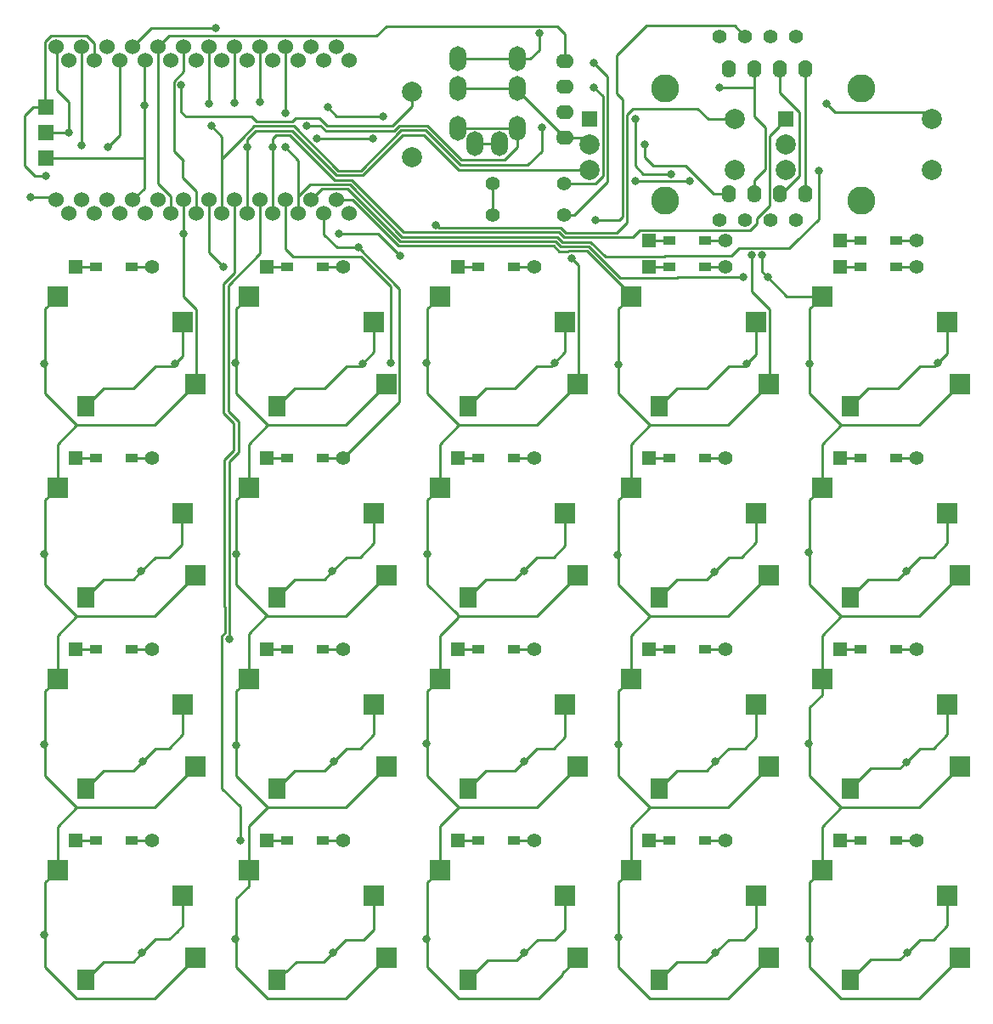
<source format=gtl>
G04 #@! TF.GenerationSoftware,KiCad,Pcbnew,(5.1.6-0-10_14)*
G04 #@! TF.CreationDate,2023-01-09T16:28:48+09:00*
G04 #@! TF.ProjectId,cool644,636f6f6c-3634-4342-9e6b-696361645f70,rev?*
G04 #@! TF.SameCoordinates,Original*
G04 #@! TF.FileFunction,Copper,L1,Top*
G04 #@! TF.FilePolarity,Positive*
%FSLAX46Y46*%
G04 Gerber Fmt 4.6, Leading zero omitted, Abs format (unit mm)*
G04 Created by KiCad (PCBNEW (5.1.6-0-10_14)) date 2023-01-09 16:28:48*
%MOMM*%
%LPD*%
G01*
G04 APERTURE LIST*
G04 #@! TA.AperFunction,SMDPad,CuDef*
%ADD10R,2.000000X2.000000*%
G04 #@! TD*
G04 #@! TA.AperFunction,SMDPad,CuDef*
%ADD11R,1.800000X2.000000*%
G04 #@! TD*
G04 #@! TA.AperFunction,SMDPad,CuDef*
%ADD12R,1.300000X0.950000*%
G04 #@! TD*
G04 #@! TA.AperFunction,ComponentPad*
%ADD13C,1.397000*%
G04 #@! TD*
G04 #@! TA.AperFunction,ComponentPad*
%ADD14R,1.397000X1.397000*%
G04 #@! TD*
G04 #@! TA.AperFunction,ComponentPad*
%ADD15O,1.700000X2.500000*%
G04 #@! TD*
G04 #@! TA.AperFunction,ComponentPad*
%ADD16C,2.000000*%
G04 #@! TD*
G04 #@! TA.AperFunction,ComponentPad*
%ADD17O,1.778000X1.397000*%
G04 #@! TD*
G04 #@! TA.AperFunction,ComponentPad*
%ADD18C,1.524000*%
G04 #@! TD*
G04 #@! TA.AperFunction,SMDPad,CuDef*
%ADD19R,1.524000X1.524000*%
G04 #@! TD*
G04 #@! TA.AperFunction,ComponentPad*
%ADD20R,1.500000X1.500000*%
G04 #@! TD*
G04 #@! TA.AperFunction,ComponentPad*
%ADD21C,2.800000*%
G04 #@! TD*
G04 #@! TA.AperFunction,ComponentPad*
%ADD22O,1.397000X1.778000*%
G04 #@! TD*
G04 #@! TA.AperFunction,ViaPad*
%ADD23C,0.800000*%
G04 #@! TD*
G04 #@! TA.AperFunction,Conductor*
%ADD24C,0.250000*%
G04 #@! TD*
G04 APERTURE END LIST*
D10*
X-5600000Y5080000D03*
X6900000Y2540000D03*
D11*
X-2800000Y-5900000D03*
D10*
X8100000Y-3700000D03*
X32500000Y5080000D03*
X45000000Y2540000D03*
D11*
X35300000Y-5900000D03*
D10*
X46200000Y-3700000D03*
D12*
X39875000Y8000000D03*
D13*
X41910000Y8000000D03*
D14*
X34290000Y8000000D03*
D12*
X36325000Y8000000D03*
X58925000Y8000000D03*
D13*
X60960000Y8000000D03*
D14*
X53340000Y8000000D03*
D12*
X55375000Y8000000D03*
X77975000Y8000000D03*
D13*
X80010000Y8000000D03*
D14*
X72390000Y8000000D03*
D12*
X74425000Y8000000D03*
X20825000Y8000000D03*
D13*
X22860000Y8000000D03*
D14*
X15240000Y8000000D03*
D12*
X17275000Y8000000D03*
D10*
X84300000Y-3700000D03*
D11*
X73400000Y-5900000D03*
D10*
X83100000Y2540000D03*
X70600000Y5080000D03*
D15*
X34280000Y21770000D03*
X38480000Y20270000D03*
X34280000Y28770000D03*
X34280000Y25770000D03*
X40230000Y28770000D03*
X40230000Y25770000D03*
X40230000Y21770000D03*
X36030000Y20270000D03*
D16*
X29750000Y25450000D03*
X29750000Y18950000D03*
D17*
X44980000Y28510000D03*
X44980000Y25970000D03*
X44980000Y23430000D03*
X44980000Y20890000D03*
D10*
X13450000Y5080000D03*
X25950000Y2540000D03*
D11*
X16250000Y-5900000D03*
D10*
X27150000Y-3700000D03*
D12*
X1775000Y-11050000D03*
D13*
X3810000Y-11050000D03*
D14*
X-3810000Y-11050000D03*
D12*
X-1775000Y-11050000D03*
X58925000Y-11050000D03*
D13*
X60960000Y-11050000D03*
D14*
X53340000Y-11050000D03*
D12*
X55375000Y-11050000D03*
X20825000Y-49150000D03*
D13*
X22860000Y-49150000D03*
D14*
X15240000Y-49150000D03*
D12*
X17275000Y-49150000D03*
X39875000Y-11050000D03*
D13*
X41910000Y-11050000D03*
D14*
X34290000Y-11050000D03*
D12*
X36325000Y-11050000D03*
X20825000Y-11050000D03*
D13*
X22860000Y-11050000D03*
D14*
X15240000Y-11050000D03*
D12*
X17275000Y-11050000D03*
X39875000Y-49150000D03*
D13*
X41910000Y-49150000D03*
D14*
X34290000Y-49150000D03*
D12*
X36325000Y-49150000D03*
X58925000Y-49150000D03*
D13*
X60960000Y-49150000D03*
D14*
X53340000Y-49150000D03*
D12*
X55375000Y-49150000D03*
D18*
X-5728000Y14696400D03*
X-3188000Y14696400D03*
X-648000Y14696400D03*
X1892000Y14696400D03*
X4432000Y14696400D03*
X6972000Y14696400D03*
X9512000Y14696400D03*
X12052000Y14696400D03*
X14592000Y14696400D03*
X17132000Y14696400D03*
X19672000Y14696400D03*
X22212000Y14696400D03*
X22212000Y29916400D03*
X19672000Y29916400D03*
X17132000Y29916400D03*
X14592000Y29916400D03*
X12052000Y29916400D03*
X9512000Y29916400D03*
X6972000Y29916400D03*
X4432000Y29916400D03*
X1892000Y29916400D03*
X-648000Y29916400D03*
X-3188000Y29916400D03*
X-5728000Y29916400D03*
X-4458000Y13370000D03*
X-1918000Y13370000D03*
X622000Y13370000D03*
X3162000Y13370000D03*
X5702000Y13370000D03*
X8242000Y13370000D03*
X10782000Y13370000D03*
X13322000Y13370000D03*
X15862000Y13370000D03*
X18402000Y13370000D03*
X20942000Y13370000D03*
X23482000Y13370000D03*
X23482000Y28610000D03*
X20942000Y28610000D03*
X18402000Y28610000D03*
X15862000Y28610000D03*
X13322000Y28610000D03*
X10782000Y28610000D03*
X8242000Y28610000D03*
X5702000Y28610000D03*
X3162000Y28610000D03*
X622000Y28610000D03*
X-1918000Y28610000D03*
X-4458000Y28610000D03*
D12*
X77955000Y10640000D03*
D13*
X79990000Y10640000D03*
D14*
X72370000Y10640000D03*
D12*
X74405000Y10640000D03*
D10*
X70600000Y-33020000D03*
X83100000Y-35560000D03*
D11*
X73400000Y-44000000D03*
D10*
X84300000Y-41800000D03*
D12*
X58925000Y-30100000D03*
D13*
X60960000Y-30100000D03*
D14*
X53340000Y-30100000D03*
D12*
X55375000Y-30100000D03*
D10*
X-5600000Y-13970000D03*
X6900000Y-16510000D03*
D11*
X-2800000Y-24950000D03*
D10*
X8100000Y-22750000D03*
X27150000Y-60850000D03*
D11*
X16250000Y-63050000D03*
D10*
X25950000Y-54610000D03*
X13450000Y-52070000D03*
X32500000Y-52070000D03*
X45000000Y-54610000D03*
D11*
X35300000Y-63050000D03*
D10*
X46200000Y-60850000D03*
X65250000Y-60850000D03*
D11*
X54350000Y-63050000D03*
D10*
X64050000Y-54610000D03*
X51550000Y-52070000D03*
X70600000Y-52070000D03*
X83100000Y-54610000D03*
D11*
X73400000Y-63050000D03*
D10*
X84300000Y-60850000D03*
X8100000Y-60850000D03*
D11*
X-2800000Y-63050000D03*
D10*
X6900000Y-54610000D03*
X-5600000Y-52070000D03*
X13450000Y-13970000D03*
X25950000Y-16510000D03*
D11*
X16250000Y-24950000D03*
D10*
X27150000Y-22750000D03*
X46200000Y-22750000D03*
D11*
X35300000Y-24950000D03*
D10*
X45000000Y-16510000D03*
X32500000Y-13970000D03*
X65250000Y-22750000D03*
D11*
X54350000Y-24950000D03*
D10*
X64050000Y-16510000D03*
X51550000Y-13970000D03*
X84300000Y-22750000D03*
D11*
X73400000Y-24950000D03*
D10*
X83100000Y-16510000D03*
X70600000Y-13970000D03*
X-5600000Y-33020000D03*
X6900000Y-35560000D03*
D11*
X-2800000Y-44000000D03*
D10*
X8100000Y-41800000D03*
X27150000Y-41800000D03*
D11*
X16250000Y-44000000D03*
D10*
X25950000Y-35560000D03*
X13450000Y-33020000D03*
X32500000Y-33020000D03*
X45000000Y-35560000D03*
D11*
X35300000Y-44000000D03*
D10*
X46200000Y-41800000D03*
X65250000Y-41800000D03*
D11*
X54350000Y-44000000D03*
D10*
X64050000Y-35560000D03*
X51550000Y-33020000D03*
D12*
X1775000Y-30100000D03*
D13*
X3810000Y-30100000D03*
D14*
X-3810000Y-30100000D03*
D12*
X-1775000Y-30100000D03*
D19*
X-6720000Y18880000D03*
X-6720000Y21420000D03*
X-6720000Y23960000D03*
D12*
X55425000Y10620000D03*
D14*
X53390000Y10620000D03*
D13*
X61010000Y10620000D03*
D12*
X58975000Y10620000D03*
X39875000Y-30100000D03*
D13*
X41910000Y-30100000D03*
D14*
X34290000Y-30100000D03*
D12*
X36325000Y-30100000D03*
X20825000Y-30100000D03*
D13*
X22860000Y-30100000D03*
D14*
X15240000Y-30100000D03*
D12*
X17275000Y-30100000D03*
X77975000Y-11050000D03*
D13*
X80010000Y-11050000D03*
D14*
X72390000Y-11050000D03*
D12*
X74425000Y-11050000D03*
X1775000Y8000000D03*
D13*
X3810000Y8000000D03*
D14*
X-3810000Y8000000D03*
D12*
X-1775000Y8000000D03*
D10*
X51550000Y5080000D03*
X64050000Y2540000D03*
D11*
X54350000Y-5900000D03*
D10*
X65250000Y-3700000D03*
D12*
X77975000Y-49150000D03*
D13*
X80010000Y-49150000D03*
D14*
X72390000Y-49150000D03*
D12*
X74425000Y-49150000D03*
X1775000Y-49150000D03*
D13*
X3810000Y-49150000D03*
D14*
X-3810000Y-49150000D03*
D12*
X-1775000Y-49150000D03*
X77975000Y-30100000D03*
D13*
X80010000Y-30100000D03*
D14*
X72390000Y-30100000D03*
D12*
X74425000Y-30100000D03*
D20*
X47420000Y22700000D03*
D16*
X47420000Y20200000D03*
X47420000Y17700000D03*
D21*
X54920000Y25800000D03*
X54920000Y14600000D03*
D16*
X61920000Y22700000D03*
X61920000Y17700000D03*
X81525001Y17700000D03*
X81525001Y22700000D03*
D21*
X74525001Y14600000D03*
X74525001Y25800000D03*
D16*
X67025001Y17700000D03*
X67025001Y20200000D03*
D20*
X67025001Y22700000D03*
D13*
X67970000Y12660000D03*
X65430000Y12660000D03*
X62890000Y12660000D03*
X60350000Y12660000D03*
D22*
X61314000Y15260000D03*
X63854000Y15260000D03*
X66394000Y15260000D03*
X68934000Y15260000D03*
X63854000Y27706000D03*
X66394000Y27706000D03*
X68934000Y27706000D03*
X61314000Y27706000D03*
D13*
X44920500Y16344239D03*
X37808500Y16344239D03*
X37808500Y13194239D03*
X44920500Y13194239D03*
X60370000Y30990000D03*
X62910000Y30990000D03*
X65450000Y30990000D03*
X67990000Y30990000D03*
D23*
X6130500Y-1620500D03*
X24840000Y-1610000D03*
X43918501Y-1568501D03*
X63110000Y-1630000D03*
X82150000Y-1570000D03*
X2759499Y-22289499D03*
X21775000Y-22335000D03*
X40900000Y-22320000D03*
X59885000Y-22385000D03*
X78969499Y-22279499D03*
X2854499Y-41244499D03*
X21914499Y-41234499D03*
X40920000Y-41270000D03*
X59984499Y-41264499D03*
X78974499Y-41324499D03*
X2834499Y-60314499D03*
X21854499Y-60344499D03*
X40929499Y-60319499D03*
X59925000Y-60345000D03*
X79064499Y-60284499D03*
X24396000Y9916000D03*
X11523501Y-29076499D03*
X12615000Y-49145000D03*
X-6900000Y-1640000D03*
X-6900000Y-20620000D03*
X-6900000Y-39580000D03*
X-6900000Y-58530000D03*
X32090000Y12185020D03*
X28560000Y9120000D03*
X22460000Y11310000D03*
X6972000Y11308000D03*
X12150000Y-1570000D03*
X12224999Y-20585001D03*
X12224999Y-39695001D03*
X12150000Y-58930000D03*
X10970000Y7980000D03*
X26810000Y23020000D03*
X21360000Y23890000D03*
X71090000Y24270000D03*
X31200000Y-1580000D03*
X31274999Y-20615001D03*
X31200000Y-39450000D03*
X31200000Y-58960000D03*
X27620000Y-1550000D03*
X45670000Y8870000D03*
X48020000Y12680000D03*
X50324999Y-1715001D03*
X50250000Y-20680000D03*
X50324999Y-39595001D03*
X50324999Y-58755001D03*
X63637347Y9175010D03*
X-8290000Y14920000D03*
X-6750000Y17060000D03*
X10160000Y31760000D03*
X52930000Y20200000D03*
X-3190000Y20130000D03*
X42410000Y31255000D03*
X3020000Y24080000D03*
X19260000Y22070000D03*
X60360000Y25860000D03*
X-4458000Y21418000D03*
X69374999Y-1645001D03*
X69300000Y-20430000D03*
X69300000Y-39480000D03*
X69374999Y-58925001D03*
X62710000Y6960000D03*
X65180000Y6960000D03*
X64640000Y9175010D03*
X25810000Y20800000D03*
X20260000Y20800000D03*
X47860000Y25900000D03*
X47890000Y28290000D03*
X12000000Y24370000D03*
X13320000Y19905567D03*
X52000000Y16560000D03*
X57450000Y16530000D03*
X9710000Y22030000D03*
X9512000Y24262000D03*
X42673510Y21913510D03*
X55560000Y17255000D03*
X52000000Y22700000D03*
X14540000Y24410000D03*
X15862000Y19905567D03*
X17100000Y23375000D03*
X17080000Y19940000D03*
X70250000Y17590000D03*
X-570000Y19930000D03*
X6740000Y26150000D03*
D24*
X6900000Y2540000D02*
X6900000Y-850000D01*
X5875001Y-1874999D02*
X4125001Y-1874999D01*
X6900000Y-850000D02*
X5875001Y-1874999D01*
X1925001Y-4074999D02*
X-974999Y-4074999D01*
X-974999Y-4074999D02*
X-2800000Y-5900000D01*
X4125001Y-1874999D02*
X1925001Y-4074999D01*
X-3810000Y8000000D02*
X-1775000Y8000000D01*
X25950000Y-487002D02*
X24910000Y-1527002D01*
X25950000Y2540000D02*
X25950000Y-487002D01*
X24910000Y-1527002D02*
X24910000Y-1540000D01*
X24575001Y-1874999D02*
X23173999Y-1874999D01*
X24910000Y-1540000D02*
X24840000Y-1610000D01*
X18075001Y-4074999D02*
X16250000Y-5900000D01*
X20973999Y-4074999D02*
X18075001Y-4074999D01*
X23173999Y-1874999D02*
X20973999Y-4074999D01*
X24840000Y-1610000D02*
X24575001Y-1874999D01*
X15240000Y8000000D02*
X17275000Y8000000D01*
X45000000Y2540000D02*
X45000000Y-470000D01*
X43595001Y-1874999D02*
X42205001Y-1874999D01*
X45000000Y-470000D02*
X43595001Y-1874999D01*
X37125001Y-4074999D02*
X35300000Y-5900000D01*
X40005001Y-4074999D02*
X37125001Y-4074999D01*
X42205001Y-1874999D02*
X40005001Y-4074999D01*
X34290000Y8000000D02*
X36325000Y8000000D01*
X64050000Y2540000D02*
X64050000Y-690000D01*
X62865001Y-1874999D02*
X61273999Y-1874999D01*
X64050000Y-690000D02*
X63110000Y-1630000D01*
X56175001Y-4074999D02*
X54350000Y-5900000D01*
X59073999Y-4074999D02*
X56175001Y-4074999D01*
X61273999Y-1874999D02*
X59073999Y-4074999D01*
X63110000Y-1630000D02*
X62865001Y-1874999D01*
X53340000Y8000000D02*
X55375000Y8000000D01*
X83100000Y2540000D02*
X83100000Y-600000D01*
X81825001Y-1874999D02*
X80335001Y-1874999D01*
X83100000Y-600000D02*
X81825001Y-1874999D01*
X75225001Y-4074999D02*
X73400000Y-5900000D01*
X78135001Y-4074999D02*
X75225001Y-4074999D01*
X80335001Y-1874999D02*
X78135001Y-4074999D01*
X72390000Y8000000D02*
X74425000Y8000000D01*
X6775001Y-16634999D02*
X6900000Y-16510000D01*
X5512003Y-20924999D02*
X6775001Y-19662001D01*
X6775001Y-19662001D02*
X6775001Y-16634999D01*
X4123999Y-20924999D02*
X5512003Y-20924999D01*
X1923999Y-23124999D02*
X2759499Y-22289499D01*
X-974999Y-23124999D02*
X1923999Y-23124999D01*
X-2800000Y-24950000D02*
X-974999Y-23124999D01*
X2759499Y-22289499D02*
X4123999Y-20924999D01*
X-3810000Y-11050000D02*
X-1775000Y-11050000D01*
X25950000Y-16510000D02*
X25950000Y-19530000D01*
X24555001Y-20924999D02*
X23185001Y-20924999D01*
X25950000Y-19530000D02*
X24555001Y-20924999D01*
X18075001Y-23124999D02*
X16250000Y-24950000D01*
X20985001Y-23124999D02*
X18075001Y-23124999D01*
X23185001Y-20924999D02*
X21775000Y-22335000D01*
X21775000Y-22335000D02*
X20985001Y-23124999D01*
X15240000Y-11050000D02*
X17275000Y-11050000D01*
X45000000Y-16510000D02*
X45000000Y-19790000D01*
X43865001Y-20924999D02*
X42185001Y-20924999D01*
X45000000Y-19790000D02*
X43865001Y-20924999D01*
X37125001Y-23124999D02*
X35300000Y-24950000D01*
X39985001Y-23124999D02*
X37125001Y-23124999D01*
X42185001Y-20924999D02*
X39985001Y-23124999D01*
X34290000Y-11050000D02*
X36325000Y-11050000D01*
X64050000Y-19460000D02*
X62585001Y-20924999D01*
X64050000Y-16510000D02*
X64050000Y-19460000D01*
X62585001Y-20924999D02*
X61345001Y-20924999D01*
X56175001Y-23124999D02*
X54350000Y-24950000D01*
X59145001Y-23124999D02*
X56175001Y-23124999D01*
X61345001Y-20924999D02*
X59885000Y-22385000D01*
X59885000Y-22385000D02*
X59145001Y-23124999D01*
X53340000Y-11050000D02*
X55375000Y-11050000D01*
X75225001Y-23124999D02*
X73400000Y-24950000D01*
X78123999Y-23124999D02*
X75225001Y-23124999D01*
X80323999Y-20924999D02*
X78969499Y-22279499D01*
X81712003Y-20924999D02*
X80323999Y-20924999D01*
X83100000Y-19537002D02*
X81712003Y-20924999D01*
X83100000Y-16510000D02*
X83100000Y-19537002D01*
X78969499Y-22279499D02*
X78123999Y-23124999D01*
X72390000Y-11050000D02*
X74425000Y-11050000D01*
X6900000Y-35560000D02*
X6900000Y-38600000D01*
X5525001Y-39974999D02*
X4165001Y-39974999D01*
X6900000Y-38600000D02*
X5525001Y-39974999D01*
X-974999Y-42174999D02*
X-2800000Y-44000000D01*
X1965001Y-42174999D02*
X-974999Y-42174999D01*
X4165001Y-39974999D02*
X1965001Y-42174999D01*
X-3810000Y-30100000D02*
X-1775000Y-30100000D01*
X25950000Y-35560000D02*
X25950000Y-38600000D01*
X25950000Y-38600000D02*
X24575001Y-39974999D01*
X24575001Y-39974999D02*
X23195001Y-39974999D01*
X18075001Y-42174999D02*
X16250000Y-44000000D01*
X20995001Y-42174999D02*
X18075001Y-42174999D01*
X23195001Y-39974999D02*
X20995001Y-42174999D01*
X17275000Y-30100000D02*
X15240000Y-30100000D01*
X45000000Y-35560000D02*
X45000000Y-38830000D01*
X45000000Y-38830000D02*
X43855001Y-39974999D01*
X43855001Y-39974999D02*
X42215001Y-39974999D01*
X37125001Y-42174999D02*
X35300000Y-44000000D01*
X40015001Y-42174999D02*
X37125001Y-42174999D01*
X42215001Y-39974999D02*
X40920000Y-41270000D01*
X40920000Y-41270000D02*
X40015001Y-42174999D01*
X34290000Y-30100000D02*
X36325000Y-30100000D01*
X64050000Y-35560000D02*
X64050000Y-38830000D01*
X62905001Y-39974999D02*
X61273999Y-39974999D01*
X64050000Y-38830000D02*
X62905001Y-39974999D01*
X56175001Y-42174999D02*
X54350000Y-44000000D01*
X59073999Y-42174999D02*
X56175001Y-42174999D01*
X61273999Y-39974999D02*
X59984499Y-41264499D01*
X59984499Y-41264499D02*
X59073999Y-42174999D01*
X55375000Y-30100000D02*
X53340000Y-30100000D01*
X81712003Y-39974999D02*
X83100000Y-38587002D01*
X83100000Y-38587002D02*
X83100000Y-35560000D01*
X80323999Y-39974999D02*
X81712003Y-39974999D01*
X78358998Y-41940000D02*
X78974499Y-41324499D01*
X75460000Y-41940000D02*
X78358998Y-41940000D01*
X73400000Y-44000000D02*
X75460000Y-41940000D01*
X78974499Y-41324499D02*
X80323999Y-39974999D01*
X72390000Y-30100000D02*
X74425000Y-30100000D01*
X-974999Y-61224999D02*
X1923999Y-61224999D01*
X-2800000Y-63050000D02*
X-974999Y-61224999D01*
X6900000Y-57637002D02*
X6900000Y-54610000D01*
X6358501Y-58178501D02*
X6351499Y-58178501D01*
X6358501Y-58178501D02*
X6900000Y-57637002D01*
X5535501Y-58994499D02*
X4154499Y-58994499D01*
X6351499Y-58178501D02*
X5535501Y-58994499D01*
X1923999Y-61224999D02*
X2834499Y-60314499D01*
X2834499Y-60314499D02*
X4154499Y-58994499D01*
X-3810000Y-49150000D02*
X-1775000Y-49150000D01*
X25950000Y-54610000D02*
X25950000Y-58010000D01*
X25950000Y-58010000D02*
X24940000Y-59020000D01*
X24940000Y-59020000D02*
X23160000Y-59020000D01*
X17080000Y-62220000D02*
X16250000Y-63050000D01*
X17190000Y-62220000D02*
X17080000Y-62220000D01*
X18185001Y-61224999D02*
X17190000Y-62220000D01*
X20955001Y-61224999D02*
X18185001Y-61224999D01*
X23160000Y-59020000D02*
X20955001Y-61224999D01*
X15240000Y-49150000D02*
X17275000Y-49150000D01*
X45000000Y-58010000D02*
X45000000Y-54610000D01*
X43990000Y-59020000D02*
X45000000Y-58010000D01*
X42228998Y-59020000D02*
X43990000Y-59020000D01*
X35300000Y-63050000D02*
X37250000Y-61100000D01*
X40148998Y-61100000D02*
X40929499Y-60319499D01*
X37250000Y-61100000D02*
X40148998Y-61100000D01*
X40929499Y-60319499D02*
X42228998Y-59020000D01*
X34290000Y-49150000D02*
X36325000Y-49150000D01*
X59045001Y-61224999D02*
X56175001Y-61224999D01*
X60296001Y-59973999D02*
X59925000Y-60345000D01*
X60324999Y-59973999D02*
X60296001Y-59973999D01*
X64050000Y-57829998D02*
X62854999Y-59024999D01*
X61273999Y-59024999D02*
X60324999Y-59973999D01*
X62854999Y-59024999D02*
X61273999Y-59024999D01*
X56175001Y-61224999D02*
X54350000Y-63050000D01*
X64050000Y-54610000D02*
X64050000Y-57829998D01*
X59925000Y-60345000D02*
X59045001Y-61224999D01*
X53340000Y-49150000D02*
X55375000Y-49150000D01*
X73400000Y-63050000D02*
X75450000Y-61000000D01*
X75450000Y-61000000D02*
X78370000Y-61000000D01*
X78370000Y-60978998D02*
X79064499Y-60284499D01*
X78370000Y-61000000D02*
X78370000Y-60978998D01*
X81712003Y-59024999D02*
X83100000Y-57637002D01*
X83100000Y-57637002D02*
X83100000Y-54610000D01*
X80323999Y-59024999D02*
X81712003Y-59024999D01*
X79064499Y-60284499D02*
X80323999Y-59024999D01*
X72390000Y-49150000D02*
X74425000Y-49150000D01*
X58925000Y8000000D02*
X60960000Y8000000D01*
X39875000Y8000000D02*
X41910000Y8000000D01*
X20825000Y8000000D02*
X22860000Y8000000D01*
X1775000Y8000000D02*
X3810000Y8000000D01*
X80010000Y8000000D02*
X77975000Y8000000D01*
X1775000Y-11050000D02*
X3810000Y-11050000D01*
X20825000Y-11050000D02*
X22860000Y-11050000D01*
X39875000Y-11050000D02*
X41910000Y-11050000D01*
X58925000Y-11050000D02*
X60960000Y-11050000D01*
X77975000Y-11050000D02*
X80010000Y-11050000D01*
X28475001Y-5434999D02*
X22860000Y-11050000D01*
X28475001Y5836999D02*
X28475001Y-5434999D01*
X24396000Y9916000D02*
X28475001Y5836999D01*
X24396000Y9916000D02*
X22244000Y9916000D01*
X20942000Y11218000D02*
X20942000Y13370000D01*
X22244000Y9916000D02*
X20942000Y11218000D01*
X77975000Y-30100000D02*
X80010000Y-30100000D01*
X60960000Y-30100000D02*
X58925000Y-30100000D01*
X39875000Y-30100000D02*
X41910000Y-30100000D01*
X22860000Y-30100000D02*
X20825000Y-30100000D01*
X3810000Y-30100000D02*
X1775000Y-30100000D01*
X11424999Y6167001D02*
X11424999Y-6364999D01*
X14592000Y9334002D02*
X11424999Y6167001D01*
X14592000Y14696400D02*
X14592000Y9334002D01*
X11424999Y-6364999D02*
X12440000Y-7380000D01*
X12440000Y-7380000D02*
X12440000Y-10470000D01*
X11499998Y-11410002D02*
X11499998Y-25649998D01*
X12440000Y-10470000D02*
X11499998Y-11410002D01*
X11523501Y-25673501D02*
X11523501Y-29076499D01*
X11499998Y-25649998D02*
X11523501Y-25673501D01*
X3810000Y-49150000D02*
X1775000Y-49150000D01*
X22860000Y-49150000D02*
X20825000Y-49150000D01*
X41910000Y-49150000D02*
X39875000Y-49150000D01*
X60960000Y-49150000D02*
X58925000Y-49150000D01*
X80010000Y-49150000D02*
X77975000Y-49150000D01*
X12615000Y-45775000D02*
X12615000Y-49145000D01*
X10798500Y-28728498D02*
X10798500Y-43958500D01*
X11073491Y-25893491D02*
X11073491Y-28453507D01*
X11049988Y-25869988D02*
X11073491Y-25893491D01*
X11049988Y-11223602D02*
X11049988Y-25869988D01*
X11989990Y-10283600D02*
X11049988Y-11223602D01*
X11989990Y-7566400D02*
X11989990Y-10283600D01*
X10974989Y6353401D02*
X10974990Y-6551400D01*
X10974990Y-6551400D02*
X11989990Y-7566400D01*
X10798500Y-43958500D02*
X12615000Y-45775000D01*
X12052000Y7430412D02*
X10974989Y6353401D01*
X11073491Y-28453507D02*
X10798500Y-28728498D01*
X12052000Y14696400D02*
X12052000Y7430412D01*
X4074999Y-64875001D02*
X8100000Y-60850000D01*
X-3676001Y-64875001D02*
X4074999Y-64875001D01*
X-6825001Y-61726001D02*
X-3676001Y-64875001D01*
X-6825001Y-53295001D02*
X-6825001Y-61726001D01*
X-5600000Y-52070000D02*
X-6825001Y-53295001D01*
X-3676001Y-45825001D02*
X4074999Y-45825001D01*
X4074999Y-45825001D02*
X8100000Y-41800000D01*
X-6825001Y-34245001D02*
X-6825001Y-42676001D01*
X-6825001Y-42676001D02*
X-3676001Y-45825001D01*
X-5600000Y-33020000D02*
X-6825001Y-34245001D01*
X-3676001Y-26775001D02*
X4074999Y-26775001D01*
X-6825001Y-23626001D02*
X-3676001Y-26775001D01*
X-6825001Y-15195001D02*
X-6825001Y-23626001D01*
X4074999Y-26775001D02*
X8100000Y-22750000D01*
X-5600000Y-13970000D02*
X-6825001Y-15195001D01*
X4074999Y-7725001D02*
X8100000Y-3700000D01*
X-3676001Y-7725001D02*
X4074999Y-7725001D01*
X-6825001Y-4576001D02*
X-3676001Y-7725001D01*
X-6825001Y3854999D02*
X-6825001Y-4576001D01*
X-5600000Y5080000D02*
X-6825001Y3854999D01*
X-5600000Y-47749000D02*
X-3676001Y-45825001D01*
X-5600000Y-52070000D02*
X-5600000Y-47749000D01*
X-5600000Y-28699000D02*
X-3676001Y-26775001D01*
X-5600000Y-33020000D02*
X-5600000Y-28699000D01*
X-5600000Y-9649000D02*
X-3676001Y-7725001D01*
X-5600000Y-13970000D02*
X-5600000Y-9649000D01*
X8225001Y3800001D02*
X8225001Y-3574999D01*
X6972000Y5053002D02*
X8225001Y3800001D01*
X8225001Y-3574999D02*
X8100000Y-3700000D01*
X43996424Y11910026D02*
X43996420Y11910030D01*
X44575614Y11910026D02*
X43996424Y11910026D01*
X45090599Y11395041D02*
X44575614Y11910026D01*
X43996420Y11910030D02*
X36839970Y11910030D01*
X36839970Y11910030D02*
X32449970Y11910030D01*
X32174980Y12185020D02*
X32090000Y12185020D01*
X32449970Y11910030D02*
X32174980Y12185020D01*
X26370000Y11310000D02*
X22460000Y11310000D01*
X28560000Y9120000D02*
X26370000Y11310000D01*
X6972000Y11308000D02*
X6972000Y5053002D01*
X6972000Y14696400D02*
X6972000Y11308000D01*
X46023023Y11395041D02*
X45555041Y11395041D01*
X45555041Y11395041D02*
X45090599Y11395041D01*
X48325041Y11395041D02*
X50125041Y11395041D01*
X45555041Y11395041D02*
X48325041Y11395041D01*
X48325041Y11395041D02*
X48705041Y11395041D01*
X50125041Y11395041D02*
X51160000Y12430000D01*
X61920000Y22700000D02*
X59240000Y22700000D01*
X59240000Y22700000D02*
X58150000Y23790000D01*
X58150000Y23790000D02*
X51770000Y23790000D01*
X51770000Y23790000D02*
X51160000Y23180000D01*
X51160000Y12430000D02*
X51160000Y23180000D01*
X23124999Y-64875001D02*
X27150000Y-60850000D01*
X12224999Y-61726001D02*
X15373999Y-64875001D01*
X12224999Y-54923999D02*
X12224999Y-61726001D01*
X15373999Y-64875001D02*
X23124999Y-64875001D01*
X13450000Y-53698998D02*
X12224999Y-54923999D01*
X13450000Y-52070000D02*
X13450000Y-53698998D01*
X23124999Y-45825001D02*
X27150000Y-41800000D01*
X15373999Y-45825001D02*
X23124999Y-45825001D01*
X12224999Y-42676001D02*
X15373999Y-45825001D01*
X12224999Y-34245001D02*
X12224999Y-39695001D01*
X13450000Y-33020000D02*
X12224999Y-34245001D01*
X15373999Y-26775001D02*
X23124999Y-26775001D01*
X23124999Y-26775001D02*
X27150000Y-22750000D01*
X12224999Y-15195001D02*
X12224999Y-20585001D01*
X13450000Y-13970000D02*
X12224999Y-15195001D01*
X23124999Y-7725001D02*
X27150000Y-3700000D01*
X15373999Y-7725001D02*
X23124999Y-7725001D01*
X12224999Y3854999D02*
X12224999Y-4576001D01*
X12224999Y-4576001D02*
X15373999Y-7725001D01*
X13450000Y5080000D02*
X12224999Y3854999D01*
X12224999Y-20585001D02*
X12224999Y-23626001D01*
X12224999Y-39695001D02*
X12224999Y-42676001D01*
X13450000Y-48957998D02*
X13460000Y-48947998D01*
X13450000Y-52070000D02*
X13450000Y-48957998D01*
X13460000Y-47739000D02*
X15373999Y-45825001D01*
X13460000Y-48947998D02*
X13460000Y-47739000D01*
X13450000Y-28540000D02*
X15294499Y-26695501D01*
X13450000Y-33020000D02*
X13450000Y-28540000D01*
X15294499Y-26695501D02*
X15373999Y-26775001D01*
X12224999Y-23626001D02*
X15294499Y-26695501D01*
X13450000Y-9649000D02*
X15373999Y-7725001D01*
X13450000Y-13970000D02*
X13450000Y-9649000D01*
X9512000Y9438000D02*
X10970000Y7980000D01*
X9512000Y14696400D02*
X9512000Y9438000D01*
X22230000Y23020000D02*
X21360000Y23890000D01*
X26810000Y23020000D02*
X22230000Y23020000D01*
X80785001Y23440000D02*
X81525001Y22700000D01*
X74100000Y23440000D02*
X74420000Y23440000D01*
X74420000Y23440000D02*
X80785001Y23440000D01*
X71920000Y23440000D02*
X74420000Y23440000D01*
X71090000Y24270000D02*
X71920000Y23440000D01*
X44730000Y-62370000D02*
X46200000Y-60900000D01*
X44730000Y-62530000D02*
X44730000Y-62370000D01*
X34423999Y-64875001D02*
X42384999Y-64875001D01*
X31274999Y-61726001D02*
X34423999Y-64875001D01*
X46200000Y-60900000D02*
X46200000Y-60850000D01*
X32500000Y-52070000D02*
X31274999Y-53295001D01*
X42384999Y-64875001D02*
X44730000Y-62530000D01*
X31274999Y-53295001D02*
X31274999Y-61726001D01*
X42174999Y-45825001D02*
X46200000Y-41800000D01*
X31274999Y-42676001D02*
X34423999Y-45825001D01*
X34423999Y-45825001D02*
X42174999Y-45825001D01*
X31274999Y-34245001D02*
X31274999Y-42676001D01*
X32500000Y-33020000D02*
X31274999Y-34245001D01*
X34625001Y-26775001D02*
X42174999Y-26775001D01*
X42174999Y-26775001D02*
X46200000Y-22750000D01*
X31274999Y-15195001D02*
X31274999Y-20615001D01*
X32500000Y-13970000D02*
X31274999Y-15195001D01*
X42174999Y-7725001D02*
X46200000Y-3700000D01*
X34423999Y-7725001D02*
X42174999Y-7725001D01*
X31274999Y-4576001D02*
X34423999Y-7725001D01*
X31274999Y3854999D02*
X31274999Y-4576001D01*
X32500000Y5080000D02*
X31274999Y3854999D01*
X32500000Y-48957998D02*
X32520000Y-48937998D01*
X32500000Y-52070000D02*
X32500000Y-48957998D01*
X32520000Y-47729000D02*
X34423999Y-45825001D01*
X32520000Y-48937998D02*
X32520000Y-47729000D01*
X31274999Y-23626001D02*
X31274999Y-20615001D01*
X34625001Y-26775001D02*
X34423999Y-26775001D01*
X34289499Y-26640501D02*
X34289499Y-26960501D01*
X34423999Y-26775001D02*
X34289499Y-26640501D01*
X34289499Y-26640501D02*
X31274999Y-23626001D01*
X32500000Y-28750000D02*
X32500000Y-29330000D01*
X32500000Y-29330000D02*
X32500000Y-29050000D01*
X34289499Y-26960501D02*
X32500000Y-28750000D01*
X32500000Y-33020000D02*
X32500000Y-29330000D01*
X32500000Y-9649000D02*
X34423999Y-7725001D01*
X32500000Y-13970000D02*
X32500000Y-9649000D01*
X17132000Y13562000D02*
X17132000Y14696400D01*
X17916499Y9023501D02*
X17132000Y9808000D01*
X27620000Y6055590D02*
X24652089Y9023501D01*
X24652089Y9023501D02*
X17916499Y9023501D01*
X17132000Y9808000D02*
X17132000Y13562000D01*
X27620000Y-1550000D02*
X27620000Y6055590D01*
X46325001Y8214999D02*
X46325001Y-3574999D01*
X46325001Y-3574999D02*
X46200000Y-3700000D01*
X45670000Y8870000D02*
X46325001Y8214999D01*
X53067091Y32013501D02*
X61886499Y32013501D01*
X50164990Y29111400D02*
X53067091Y32013501D01*
X50709990Y24693600D02*
X50164989Y25238601D01*
X50369990Y12680000D02*
X50709990Y13020000D01*
X50709990Y13020000D02*
X50709990Y24693600D01*
X50164989Y25238601D02*
X50164990Y29111400D01*
X48020000Y12680000D02*
X50369990Y12680000D01*
X62910000Y30990000D02*
X61886499Y32013501D01*
X53473999Y-64875001D02*
X61224999Y-64875001D01*
X61224999Y-64875001D02*
X65250000Y-60850000D01*
X50324999Y-53295001D02*
X50324999Y-58755001D01*
X50324999Y-61726001D02*
X53473999Y-64875001D01*
X51550000Y-52070000D02*
X50324999Y-53295001D01*
X61224999Y-45825001D02*
X65250000Y-41800000D01*
X50324999Y-42676001D02*
X53473999Y-45825001D01*
X53473999Y-45825001D02*
X61224999Y-45825001D01*
X50324999Y-34245001D02*
X50324999Y-39595001D01*
X51550000Y-33020000D02*
X50324999Y-34245001D01*
X50324999Y-23626001D02*
X53473999Y-26775001D01*
X61224999Y-26775001D02*
X65250000Y-22750000D01*
X50324999Y-15195001D02*
X50324999Y-23626001D01*
X53473999Y-26775001D02*
X61224999Y-26775001D01*
X51550000Y-13970000D02*
X50324999Y-15195001D01*
X61224999Y-7725001D02*
X65250000Y-3700000D01*
X53473999Y-7725001D02*
X61224999Y-7725001D01*
X50324999Y-4576001D02*
X53473999Y-7725001D01*
X50324999Y3854999D02*
X50324999Y-1715001D01*
X51550000Y5080000D02*
X50324999Y3854999D01*
X50324999Y-1715001D02*
X50324999Y-4576001D01*
X50324999Y-39595001D02*
X50324999Y-42676001D01*
X50324999Y-58755001D02*
X50324999Y-61726001D01*
X51550000Y-47749000D02*
X53473999Y-45825001D01*
X51550000Y-52070000D02*
X51550000Y-47749000D01*
X51550000Y-28699000D02*
X53473999Y-26775001D01*
X51550000Y-33020000D02*
X51550000Y-28699000D01*
X51550000Y-9649000D02*
X53473999Y-7725001D01*
X51550000Y-13970000D02*
X51550000Y-9649000D01*
X65375001Y3800001D02*
X63637347Y5537655D01*
X65375001Y-3574999D02*
X65375001Y3800001D01*
X65250000Y-3700000D02*
X65375001Y-3574999D01*
X51550000Y5220000D02*
X51550000Y5080000D01*
X45321999Y9595001D02*
X47174999Y9595001D01*
X45296998Y9570000D02*
X45321999Y9595001D01*
X44370000Y9570000D02*
X45296998Y9570000D01*
X43830010Y10109990D02*
X44370000Y9570000D01*
X28350772Y10109990D02*
X43830010Y10109990D01*
X23764362Y14696400D02*
X28350772Y10109990D01*
X47174999Y9595001D02*
X51550000Y5220000D01*
X22212000Y14696400D02*
X23764362Y14696400D01*
X63637347Y9175010D02*
X63637347Y5537655D01*
X-5951600Y14920000D02*
X-5728000Y14696400D01*
X-8290000Y14920000D02*
X-5951600Y14920000D01*
X-6720000Y23960000D02*
X-7990000Y23960000D01*
X-7990000Y23960000D02*
X-8850000Y23100000D01*
X-8850000Y23100000D02*
X-8850000Y18080000D01*
X-7830000Y17060000D02*
X-6750000Y17060000D01*
X-8850000Y18080000D02*
X-7830000Y17060000D01*
X-6815001Y24055001D02*
X-6720000Y23960000D01*
X-6815001Y30438161D02*
X-6815001Y24055001D01*
X-6249761Y31003401D02*
X-6815001Y30438161D01*
X-2666239Y31003401D02*
X-6249761Y31003401D01*
X-1918000Y30255162D02*
X-2666239Y31003401D01*
X-1918000Y28610000D02*
X-1918000Y30255162D01*
X34280000Y25770000D02*
X40230000Y25770000D01*
X40230000Y25640000D02*
X44980000Y20890000D01*
X40230000Y25770000D02*
X40230000Y25640000D01*
X46730000Y20890000D02*
X47420000Y20200000D01*
X44980000Y20890000D02*
X46730000Y20890000D01*
X3735600Y31760000D02*
X1892000Y29916400D01*
X10160000Y31760000D02*
X3735600Y31760000D01*
X53776000Y18054000D02*
X52930000Y18900000D01*
X52930000Y18900000D02*
X52930000Y20200000D01*
X61314000Y15260000D02*
X59793002Y15260000D01*
X56999002Y18054000D02*
X56114000Y18054000D01*
X59793002Y15260000D02*
X56999002Y18054000D01*
X56114000Y18054000D02*
X53776000Y18054000D01*
X-3188000Y20132000D02*
X-3190000Y20130000D01*
X-3188000Y29916400D02*
X-3188000Y20132000D01*
X34280000Y28770000D02*
X40230000Y28770000D01*
X42410000Y31255000D02*
X42410000Y29640000D01*
X41540000Y28770000D02*
X40230000Y28770000D01*
X42410000Y29640000D02*
X41540000Y28770000D01*
X3020000Y28468000D02*
X3162000Y28610000D01*
X3020000Y24080000D02*
X3020000Y28468000D01*
X3020000Y15824400D02*
X1892000Y14696400D01*
X-6720000Y18880000D02*
X2960000Y18880000D01*
X2960000Y18880000D02*
X3020000Y18820000D01*
X3020000Y18820000D02*
X3020000Y15824400D01*
X3020000Y24080000D02*
X3020000Y18820000D01*
X40154990Y21845010D02*
X40230000Y21770000D01*
X34355010Y21845010D02*
X40154990Y21845010D01*
X34280000Y21770000D02*
X34355010Y21845010D01*
X40230000Y19958285D02*
X40230000Y21770000D01*
X38966705Y18694990D02*
X40230000Y19958285D01*
X28463590Y22070000D02*
X31281875Y22070000D01*
X27918591Y21525001D02*
X28463590Y22070000D01*
X34656885Y18694990D02*
X38966705Y18694990D01*
X31281875Y22070000D02*
X34656885Y18694990D01*
X21164999Y21525001D02*
X27918591Y21525001D01*
X20620000Y22070000D02*
X21164999Y21525001D01*
X19260000Y22070000D02*
X20620000Y22070000D01*
X37808500Y13194239D02*
X37808500Y16344239D01*
X63854000Y15260000D02*
X63854000Y16683520D01*
X63854000Y16683520D02*
X64920480Y17750000D01*
X64920480Y17750000D02*
X64920480Y21909520D01*
X64920480Y21909520D02*
X63854000Y22976000D01*
X63770000Y25860000D02*
X63854000Y25944000D01*
X63854000Y25944000D02*
X63854000Y27706000D01*
X60360000Y25860000D02*
X63770000Y25860000D01*
X63854000Y22976000D02*
X63854000Y25944000D01*
X-4460000Y21420000D02*
X-4458000Y21418000D01*
X-6720000Y21420000D02*
X-4460000Y21420000D01*
X-5632999Y29821399D02*
X-5632999Y25622999D01*
X-5728000Y29916400D02*
X-5632999Y29821399D01*
X-4458000Y24448000D02*
X-4458000Y21418000D01*
X-5632999Y25622999D02*
X-4458000Y24448000D01*
X69374999Y-61726001D02*
X72523999Y-64875001D01*
X69374999Y-53295001D02*
X69374999Y-58925001D01*
X80274999Y-64875001D02*
X84300000Y-60850000D01*
X72523999Y-64875001D02*
X80274999Y-64875001D01*
X70600000Y-52070000D02*
X69374999Y-53295001D01*
X69374999Y-42676001D02*
X72523999Y-45825001D01*
X69374999Y-35873999D02*
X69374999Y-42676001D01*
X80274999Y-45825001D02*
X84300000Y-41800000D01*
X72523999Y-45825001D02*
X80274999Y-45825001D01*
X70600000Y-34648998D02*
X69374999Y-35873999D01*
X70600000Y-33020000D02*
X70600000Y-34648998D01*
X69374999Y-15195001D02*
X69374999Y-23626001D01*
X80274999Y-26775001D02*
X84300000Y-22750000D01*
X72523999Y-26775001D02*
X80274999Y-26775001D01*
X69374999Y-23626001D02*
X72523999Y-26775001D01*
X70600000Y-13970000D02*
X69374999Y-15195001D01*
X72523999Y-7725001D02*
X80274999Y-7725001D01*
X69374999Y-4576001D02*
X72523999Y-7725001D01*
X80274999Y-7725001D02*
X84300000Y-3700000D01*
X69374999Y3854999D02*
X69374999Y-1645001D01*
X70600000Y5080000D02*
X69374999Y3854999D01*
X69374999Y-1645001D02*
X69374999Y-4576001D01*
X69374999Y-58925001D02*
X69374999Y-61726001D01*
X70600000Y-47749000D02*
X72523999Y-45825001D01*
X70600000Y-52070000D02*
X70600000Y-47749000D01*
X70600000Y-28699000D02*
X72523999Y-26775001D01*
X70600000Y-33020000D02*
X70600000Y-28699000D01*
X70600000Y-9649000D02*
X72523999Y-7725001D01*
X70600000Y-13970000D02*
X70600000Y-9649000D01*
X70600000Y5080000D02*
X67060000Y5080000D01*
X23313771Y15783401D02*
X20759001Y15783401D01*
X20759001Y15783401D02*
X19672000Y14696400D01*
X28537172Y10560000D02*
X23313771Y15783401D01*
X44016411Y10559999D02*
X28537172Y10560000D01*
X44531399Y10045011D02*
X44016411Y10559999D01*
X46845011Y10045011D02*
X47361400Y10045010D01*
X46845011Y10045011D02*
X44531399Y10045011D01*
X50501409Y6905001D02*
X56175001Y6905001D01*
X47361400Y10045010D02*
X50501409Y6905001D01*
X56230000Y6960000D02*
X62710000Y6960000D01*
X56175001Y6905001D02*
X56230000Y6960000D01*
X65180000Y6960000D02*
X64640000Y7500000D01*
X67060000Y5080000D02*
X65180000Y6960000D01*
X64640000Y9175010D02*
X64640000Y7500000D01*
X55425000Y10620000D02*
X53390000Y10620000D01*
X61010000Y10620000D02*
X58975000Y10620000D01*
X25810000Y20800000D02*
X20260000Y20800000D01*
X77955000Y10640000D02*
X79990000Y10640000D01*
X72370000Y10640000D02*
X74405000Y10640000D01*
X8242000Y14808000D02*
X8242000Y15035162D01*
X8242000Y13370000D02*
X8242000Y14808000D01*
X6920000Y18630000D02*
X6014999Y19535001D01*
X6900000Y18610000D02*
X6920000Y18630000D01*
X6014999Y19535001D02*
X6014999Y26498001D01*
X6900000Y16910000D02*
X6900000Y18610000D01*
X6972000Y27455002D02*
X6972000Y29916400D01*
X6014999Y26498001D02*
X6972000Y27455002D01*
X8242000Y15568000D02*
X6900000Y16910000D01*
X8242000Y14808000D02*
X8242000Y15568000D01*
X48745001Y25014999D02*
X47860000Y25900000D01*
X48025241Y16344239D02*
X48745001Y17063999D01*
X44920500Y16344239D02*
X48025241Y16344239D01*
X48745001Y17063999D02*
X48745001Y25014999D01*
X68350002Y17063999D02*
X68350002Y23379998D01*
X66546003Y15260000D02*
X68350002Y17063999D01*
X66394000Y15260000D02*
X66546003Y15260000D01*
X66394000Y25336000D02*
X66394000Y27706000D01*
X68350002Y23379998D02*
X66394000Y25336000D01*
X5702000Y13370000D02*
X5702000Y15035162D01*
X4432000Y16305162D02*
X5702000Y15035162D01*
X4432000Y29916400D02*
X4432000Y17862000D01*
X4432000Y17862000D02*
X4432000Y16305162D01*
X27150000Y31980000D02*
X26173401Y31003401D01*
X5519001Y31003401D02*
X4432000Y29916400D01*
X26173401Y31003401D02*
X5519001Y31003401D01*
X31590000Y31980000D02*
X44180000Y31980000D01*
X31740000Y31980000D02*
X31590000Y31980000D01*
X31590000Y31980000D02*
X27150000Y31980000D01*
X44980000Y31180000D02*
X44980000Y28510000D01*
X44180000Y31980000D02*
X44980000Y31180000D01*
X49195011Y26984989D02*
X47890000Y28290000D01*
X49195011Y16480922D02*
X49195011Y26984989D01*
X45908328Y13194239D02*
X49195011Y16480922D01*
X44920500Y13194239D02*
X45908328Y13194239D01*
X68934000Y15260000D02*
X68934000Y27706000D01*
X12052000Y24422000D02*
X12000000Y24370000D01*
X12052000Y29916400D02*
X12052000Y24422000D01*
X13322000Y19903567D02*
X13320000Y19905567D01*
X13322000Y13370000D02*
X13322000Y14382000D01*
X13322000Y14382000D02*
X13322000Y19903567D01*
X13322000Y14382000D02*
X13322000Y15035162D01*
X34379055Y17700000D02*
X40800000Y17700000D01*
X30909075Y21169980D02*
X34379055Y17700000D01*
X22217157Y17133431D02*
X24799841Y17133431D01*
X28836390Y21169980D02*
X30909075Y21169980D01*
X17753793Y21596795D02*
X22217157Y17133431D01*
X14193205Y21596795D02*
X17753793Y21596795D01*
X40800000Y17700000D02*
X47420000Y17700000D01*
X13320000Y20723590D02*
X14193205Y21596795D01*
X24799841Y17133431D02*
X28836390Y21169980D01*
X13320000Y19905567D02*
X13320000Y20723590D01*
X52030000Y16530000D02*
X52000000Y16560000D01*
X56520000Y16530000D02*
X52030000Y16530000D01*
X56520000Y16530000D02*
X57450000Y16530000D01*
X10782000Y13370000D02*
X10782000Y15035162D01*
X10782000Y13370000D02*
X10782000Y18222000D01*
X10782000Y18222000D02*
X10782000Y20998000D01*
X9750000Y22030000D02*
X9710000Y22030000D01*
X10782000Y20998000D02*
X9750000Y22030000D01*
X9512000Y29916400D02*
X9512000Y24262000D01*
X11250000Y19230000D02*
X10782000Y18762000D01*
X12861410Y20878590D02*
X11250000Y19267180D01*
X12861410Y20901410D02*
X12861410Y20878590D01*
X17940193Y22046805D02*
X14006805Y22046805D01*
X31095475Y21619990D02*
X28649990Y21619990D01*
X22403557Y17583441D02*
X17940193Y22046805D01*
X10782000Y18762000D02*
X10782000Y18222000D01*
X28649990Y21619990D02*
X24613441Y17583441D01*
X11250000Y19267180D02*
X11250000Y19230000D01*
X42673510Y21913510D02*
X42673510Y19556490D01*
X34565455Y18150010D02*
X31095475Y21619990D01*
X14006805Y22046805D02*
X12861410Y20901410D01*
X24613441Y17583441D02*
X22403557Y17583441D01*
X41267030Y18150010D02*
X34565455Y18150010D01*
X42673510Y19556490D02*
X41267030Y18150010D01*
X55560000Y17255000D02*
X52795000Y17255000D01*
X52795000Y17255000D02*
X51960000Y18090000D01*
X51960000Y18090000D02*
X51960000Y22660000D01*
X51960000Y22660000D02*
X52000000Y22700000D01*
X15862000Y13370000D02*
X15862000Y15035162D01*
X14592000Y24462000D02*
X14540000Y24410000D01*
X14592000Y29916400D02*
X14592000Y24462000D01*
X15862000Y13370000D02*
X15862000Y19808000D01*
X15959567Y19905567D02*
X15862000Y19808000D01*
X44389213Y11460017D02*
X44904199Y10945031D01*
X43810020Y11460020D02*
X44389213Y11460017D01*
X28926390Y11460020D02*
X43810020Y11460020D01*
X15862000Y19905567D02*
X15862000Y20828785D01*
X23702989Y16683421D02*
X28926390Y11460020D01*
X22030757Y16683421D02*
X23702989Y16683421D01*
X16180000Y21146785D02*
X17567393Y21146785D01*
X15862000Y20828785D02*
X16180000Y21146785D01*
X17567393Y21146785D02*
X22030757Y16683421D01*
X60511717Y11636499D02*
X60518719Y11643501D01*
X59858719Y11636499D02*
X60511717Y11636499D01*
X44904199Y10945031D02*
X49914969Y10945031D01*
X49914969Y10945031D02*
X50552211Y10945031D01*
X65370490Y14115272D02*
X65370490Y21045488D01*
X64090000Y12310000D02*
X64090000Y12834782D01*
X65370490Y21045488D02*
X66147501Y21822499D01*
X61246499Y11643501D02*
X61253501Y11636499D01*
X60848283Y11643501D02*
X61246499Y11643501D01*
X54348501Y11643501D02*
X54355503Y11636499D01*
X63416499Y11636499D02*
X64090000Y12310000D01*
X52431499Y11643501D02*
X54348501Y11643501D01*
X60841281Y11636499D02*
X60848283Y11643501D01*
X51733029Y10945031D02*
X52431499Y11643501D01*
X64090000Y12834782D02*
X65370490Y14115272D01*
X61253501Y11636499D02*
X63416499Y11636499D01*
X54355503Y11636499D02*
X60841281Y11636499D01*
X66147501Y21822499D02*
X67025001Y22700000D01*
X49914969Y10945031D02*
X51733029Y10945031D01*
X17132000Y23407000D02*
X17100000Y23375000D01*
X17132000Y29916400D02*
X17132000Y23407000D01*
X18402000Y18618000D02*
X18402000Y13370000D01*
X17080000Y19940000D02*
X18402000Y18618000D01*
X67025001Y17700000D02*
X67417510Y17307491D01*
X67350000Y9890000D02*
X67970000Y10510000D01*
X65360000Y9890000D02*
X67350000Y9890000D01*
X47547801Y10495019D02*
X49019319Y9023501D01*
X54883501Y9023501D02*
X54970000Y9110000D01*
X47204979Y10495021D02*
X47547801Y10495019D01*
X44717799Y10495021D02*
X47204979Y10495021D01*
X54970000Y9110000D02*
X61540000Y9110000D01*
X44202812Y11010008D02*
X44717799Y10495021D01*
X43760010Y11010010D02*
X44202812Y11010008D01*
X49019319Y9023501D02*
X54883501Y9023501D01*
X65349989Y9900011D02*
X65360000Y9890000D01*
X28739990Y11010010D02*
X43760010Y11010010D01*
X62330011Y9900011D02*
X65349989Y9900011D01*
X61540000Y9110000D02*
X62330011Y9900011D01*
X23516589Y16233411D02*
X28739990Y11010010D01*
X18402000Y13370000D02*
X18402000Y15035162D01*
X19600249Y16233411D02*
X23516589Y16233411D01*
X18402000Y15035162D02*
X19600249Y16233411D01*
X70250000Y12790000D02*
X70250000Y17590000D01*
X67970000Y10510000D02*
X70250000Y12790000D01*
X622000Y21122000D02*
X-570000Y19930000D01*
X622000Y28610000D02*
X622000Y21122000D01*
X6740000Y26150000D02*
X6740000Y23410000D01*
X7180000Y22970000D02*
X13760000Y22970000D01*
X6740000Y23410000D02*
X7180000Y22970000D01*
X13760000Y22970000D02*
X14233185Y22496815D01*
X18097871Y22801501D02*
X17793185Y22496815D01*
X21256410Y22070000D02*
X20524909Y22801501D01*
X27784213Y22070000D02*
X21256410Y22070000D01*
X29750000Y24035787D02*
X27784213Y22070000D01*
X29750000Y25450000D02*
X29750000Y24035787D01*
X20524909Y22801501D02*
X18097871Y22801501D01*
X14233185Y22496815D02*
X17793185Y22496815D01*
X36030000Y20270000D02*
X38480000Y20270000D01*
M02*

</source>
